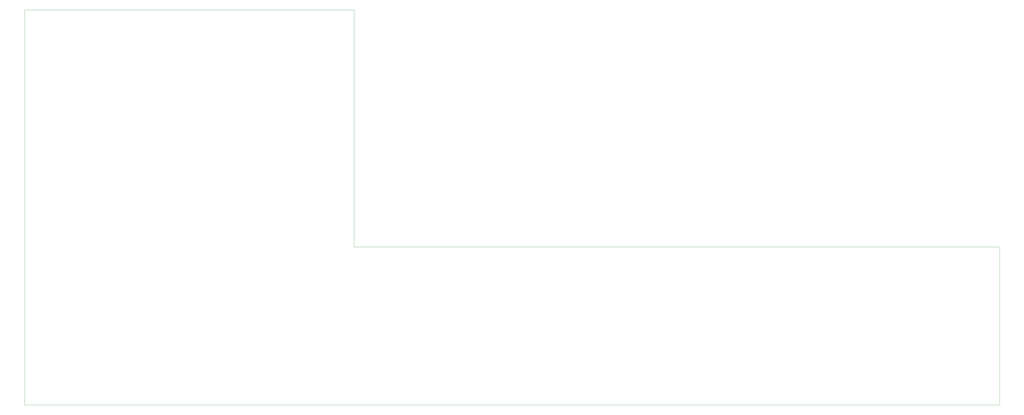
<source format=gbr>
%TF.GenerationSoftware,KiCad,Pcbnew,(6.0.1-0)*%
%TF.CreationDate,2022-11-01T14:26:45-07:00*%
%TF.ProjectId,core_board,636f7265-5f62-46f6-9172-642e6b696361,rev?*%
%TF.SameCoordinates,Original*%
%TF.FileFunction,Profile,NP*%
%FSLAX46Y46*%
G04 Gerber Fmt 4.6, Leading zero omitted, Abs format (unit mm)*
G04 Created by KiCad (PCBNEW (6.0.1-0)) date 2022-11-01 14:26:45*
%MOMM*%
%LPD*%
G01*
G04 APERTURE LIST*
%TA.AperFunction,Profile*%
%ADD10C,0.100000*%
%TD*%
G04 APERTURE END LIST*
D10*
X227330000Y-139700000D02*
X242570000Y-139700000D01*
X125730000Y-139700000D02*
X115570000Y-139700000D01*
X115570000Y-281940000D02*
X115570000Y-292100000D01*
X125730000Y-292100000D02*
X115570000Y-292100000D01*
X481330000Y-292100000D02*
X125730000Y-292100000D01*
X227330000Y-139700000D02*
X125730000Y-139700000D01*
X491490000Y-241300000D02*
X491490000Y-281940000D01*
X115570000Y-149860000D02*
X115570000Y-139700000D01*
X242570000Y-139700000D02*
X242570000Y-231140000D01*
X115570000Y-149860000D02*
X115570000Y-281940000D01*
X491490000Y-292100000D02*
X491490000Y-281940000D01*
X491490000Y-241300000D02*
X491490000Y-231140000D01*
X481330000Y-292100000D02*
X491490000Y-292100000D01*
X242570000Y-231140000D02*
X481330000Y-231140000D01*
X481330000Y-231140000D02*
X491490000Y-231140000D01*
M02*

</source>
